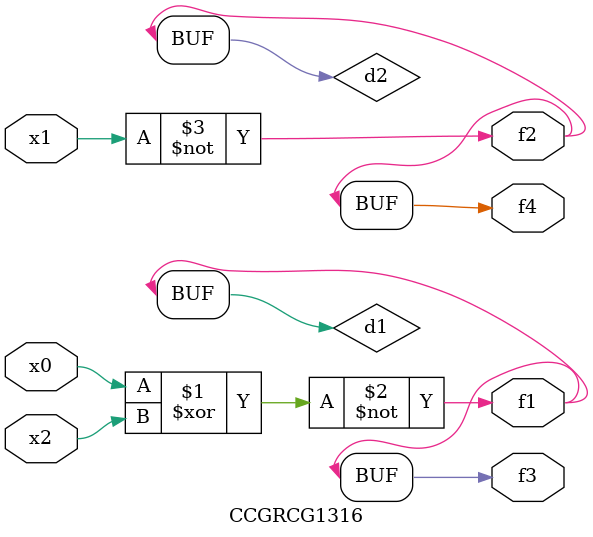
<source format=v>
module CCGRCG1316(
	input x0, x1, x2,
	output f1, f2, f3, f4
);

	wire d1, d2, d3;

	xnor (d1, x0, x2);
	nand (d2, x1);
	nor (d3, x1, x2);
	assign f1 = d1;
	assign f2 = d2;
	assign f3 = d1;
	assign f4 = d2;
endmodule

</source>
